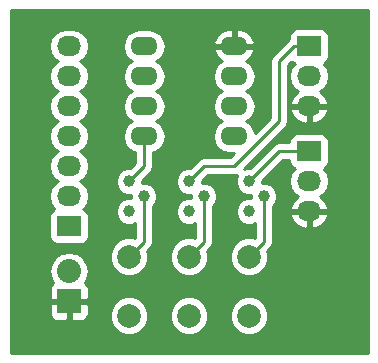
<source format=gbl>
G04 #@! TF.FileFunction,Copper,L2,Bot,Signal*
%FSLAX46Y46*%
G04 Gerber Fmt 4.6, Leading zero omitted, Abs format (unit mm)*
G04 Created by KiCad (PCBNEW 4.0.1-stable) date Tuesday, December 29, 2015 'PMt' 07:02:28 PM*
%MOMM*%
G01*
G04 APERTURE LIST*
%ADD10C,0.100000*%
%ADD11C,1.000760*%
%ADD12O,2.300000X1.600000*%
%ADD13C,1.998980*%
%ADD14R,2.032000X1.727200*%
%ADD15O,2.032000X1.727200*%
%ADD16R,2.032000X2.032000*%
%ADD17O,2.032000X2.032000*%
%ADD18C,0.250000*%
%ADD19C,0.254000*%
G04 APERTURE END LIST*
D10*
D11*
X154940000Y-119380000D03*
X153670000Y-120650000D03*
X153670000Y-118110000D03*
D12*
X162560000Y-114300000D03*
X162560000Y-111760000D03*
X162560000Y-109220000D03*
X162560000Y-106680000D03*
X154940000Y-106680000D03*
X154940000Y-109220000D03*
X154940000Y-111760000D03*
X154940000Y-114300000D03*
D13*
X153670000Y-124500640D03*
X153670000Y-129501900D03*
D14*
X168910000Y-106680000D03*
D15*
X168910000Y-109220000D03*
X168910000Y-111760000D03*
D14*
X168910000Y-115570000D03*
D15*
X168910000Y-118110000D03*
X168910000Y-120650000D03*
D11*
X160020000Y-119380000D03*
X158750000Y-120650000D03*
X158750000Y-118110000D03*
X165100000Y-119380000D03*
X163830000Y-120650000D03*
X163830000Y-118110000D03*
D13*
X158750000Y-124500640D03*
X158750000Y-129501900D03*
X163830000Y-124500640D03*
X163830000Y-129501900D03*
D16*
X148590000Y-128270000D03*
D17*
X148590000Y-125730000D03*
D14*
X148590000Y-121920000D03*
D15*
X148590000Y-119380000D03*
X148590000Y-116840000D03*
X148590000Y-114300000D03*
X148590000Y-111760000D03*
X148590000Y-109220000D03*
X148590000Y-106680000D03*
D18*
X154940000Y-119380000D02*
X154940000Y-123190000D01*
X154940000Y-123230640D02*
X153670000Y-124500640D01*
X154940000Y-123190000D02*
X154940000Y-123230640D01*
X153670000Y-118110000D02*
X154940000Y-116840000D01*
X154940000Y-116840000D02*
X154940000Y-114300000D01*
X153631900Y-129540000D02*
X153670000Y-129501900D01*
X163830000Y-129501900D02*
X163791900Y-129540000D01*
X168910000Y-106680000D02*
X167640000Y-106680000D01*
X160020000Y-116840000D02*
X158750000Y-118110000D01*
X162560000Y-116840000D02*
X160020000Y-116840000D01*
X166370000Y-113030000D02*
X162560000Y-116840000D01*
X166370000Y-107950000D02*
X166370000Y-113030000D01*
X167640000Y-106680000D02*
X166370000Y-107950000D01*
X163830000Y-118110000D02*
X166370000Y-115570000D01*
X166370000Y-115570000D02*
X168910000Y-115570000D01*
X160020000Y-119380000D02*
X160020000Y-123190000D01*
X160020000Y-123230640D02*
X158750000Y-124500640D01*
X160020000Y-123190000D02*
X160020000Y-123230640D01*
X165100000Y-119380000D02*
X165100000Y-123190000D01*
X165100000Y-123230640D02*
X163830000Y-124500640D01*
X165100000Y-123190000D02*
X165100000Y-123230640D01*
D19*
G36*
X173863000Y-132640000D02*
X143637000Y-132640000D01*
X143637000Y-128555750D01*
X146939000Y-128555750D01*
X146939000Y-129412310D01*
X147035673Y-129645699D01*
X147214302Y-129824327D01*
X147447691Y-129921000D01*
X148304250Y-129921000D01*
X148463000Y-129762250D01*
X148463000Y-128397000D01*
X148717000Y-128397000D01*
X148717000Y-129762250D01*
X148875750Y-129921000D01*
X149732309Y-129921000D01*
X149962639Y-129825594D01*
X152035226Y-129825594D01*
X152283538Y-130426555D01*
X152742927Y-130886746D01*
X153343453Y-131136106D01*
X153993694Y-131136674D01*
X154594655Y-130888362D01*
X155054846Y-130428973D01*
X155304206Y-129828447D01*
X155304208Y-129825594D01*
X157115226Y-129825594D01*
X157363538Y-130426555D01*
X157822927Y-130886746D01*
X158423453Y-131136106D01*
X159073694Y-131136674D01*
X159674655Y-130888362D01*
X160134846Y-130428973D01*
X160384206Y-129828447D01*
X160384208Y-129825594D01*
X162195226Y-129825594D01*
X162443538Y-130426555D01*
X162902927Y-130886746D01*
X163503453Y-131136106D01*
X164153694Y-131136674D01*
X164754655Y-130888362D01*
X165214846Y-130428973D01*
X165464206Y-129828447D01*
X165464774Y-129178206D01*
X165216462Y-128577245D01*
X164757073Y-128117054D01*
X164156547Y-127867694D01*
X163506306Y-127867126D01*
X162905345Y-128115438D01*
X162445154Y-128574827D01*
X162195794Y-129175353D01*
X162195226Y-129825594D01*
X160384208Y-129825594D01*
X160384774Y-129178206D01*
X160136462Y-128577245D01*
X159677073Y-128117054D01*
X159076547Y-127867694D01*
X158426306Y-127867126D01*
X157825345Y-128115438D01*
X157365154Y-128574827D01*
X157115794Y-129175353D01*
X157115226Y-129825594D01*
X155304208Y-129825594D01*
X155304774Y-129178206D01*
X155056462Y-128577245D01*
X154597073Y-128117054D01*
X153996547Y-127867694D01*
X153346306Y-127867126D01*
X152745345Y-128115438D01*
X152285154Y-128574827D01*
X152035794Y-129175353D01*
X152035226Y-129825594D01*
X149962639Y-129825594D01*
X149965698Y-129824327D01*
X150144327Y-129645699D01*
X150241000Y-129412310D01*
X150241000Y-128555750D01*
X150082250Y-128397000D01*
X148717000Y-128397000D01*
X148463000Y-128397000D01*
X147097750Y-128397000D01*
X146939000Y-128555750D01*
X143637000Y-128555750D01*
X143637000Y-125730000D01*
X146906655Y-125730000D01*
X147032330Y-126361810D01*
X147256966Y-126698001D01*
X147214302Y-126715673D01*
X147035673Y-126894301D01*
X146939000Y-127127690D01*
X146939000Y-127984250D01*
X147097750Y-128143000D01*
X148463000Y-128143000D01*
X148463000Y-128123000D01*
X148717000Y-128123000D01*
X148717000Y-128143000D01*
X150082250Y-128143000D01*
X150241000Y-127984250D01*
X150241000Y-127127690D01*
X150144327Y-126894301D01*
X149965698Y-126715673D01*
X149923034Y-126698001D01*
X150147670Y-126361810D01*
X150273345Y-125730000D01*
X150147670Y-125098190D01*
X149964686Y-124824334D01*
X152035226Y-124824334D01*
X152283538Y-125425295D01*
X152742927Y-125885486D01*
X153343453Y-126134846D01*
X153993694Y-126135414D01*
X154594655Y-125887102D01*
X155054846Y-125427713D01*
X155304206Y-124827187D01*
X155304208Y-124824334D01*
X157115226Y-124824334D01*
X157363538Y-125425295D01*
X157822927Y-125885486D01*
X158423453Y-126134846D01*
X159073694Y-126135414D01*
X159674655Y-125887102D01*
X160134846Y-125427713D01*
X160384206Y-124827187D01*
X160384774Y-124176946D01*
X160315691Y-124009751D01*
X160557401Y-123768041D01*
X160722148Y-123521480D01*
X160780000Y-123230640D01*
X160780000Y-120225595D01*
X160981967Y-120023981D01*
X161155182Y-119606832D01*
X161155576Y-119155150D01*
X160983089Y-118737699D01*
X160663981Y-118418033D01*
X160246832Y-118244818D01*
X159885263Y-118244503D01*
X159885433Y-118049369D01*
X160334802Y-117600000D01*
X162560000Y-117600000D01*
X162835124Y-117545274D01*
X162694818Y-117883168D01*
X162694424Y-118334850D01*
X162866911Y-118752301D01*
X163186019Y-119071967D01*
X163603168Y-119245182D01*
X163964737Y-119245497D01*
X163964503Y-119514737D01*
X163605150Y-119514424D01*
X163187699Y-119686911D01*
X162868033Y-120006019D01*
X162694818Y-120423168D01*
X162694424Y-120874850D01*
X162866911Y-121292301D01*
X163186019Y-121611967D01*
X163603168Y-121785182D01*
X164054850Y-121785576D01*
X164340000Y-121667755D01*
X164340000Y-122915838D01*
X164321083Y-122934755D01*
X164156547Y-122866434D01*
X163506306Y-122865866D01*
X162905345Y-123114178D01*
X162445154Y-123573567D01*
X162195794Y-124174093D01*
X162195226Y-124824334D01*
X162443538Y-125425295D01*
X162902927Y-125885486D01*
X163503453Y-126134846D01*
X164153694Y-126135414D01*
X164754655Y-125887102D01*
X165214846Y-125427713D01*
X165464206Y-124827187D01*
X165464774Y-124176946D01*
X165395691Y-124009751D01*
X165637401Y-123768041D01*
X165802148Y-123521480D01*
X165860000Y-123230640D01*
X165860000Y-121009026D01*
X167302642Y-121009026D01*
X167305291Y-121024791D01*
X167559268Y-121552036D01*
X167995680Y-121941954D01*
X168548087Y-122135184D01*
X168783000Y-121990924D01*
X168783000Y-120777000D01*
X169037000Y-120777000D01*
X169037000Y-121990924D01*
X169271913Y-122135184D01*
X169824320Y-121941954D01*
X170260732Y-121552036D01*
X170514709Y-121024791D01*
X170517358Y-121009026D01*
X170396217Y-120777000D01*
X169037000Y-120777000D01*
X168783000Y-120777000D01*
X167423783Y-120777000D01*
X167302642Y-121009026D01*
X165860000Y-121009026D01*
X165860000Y-120225595D01*
X166061967Y-120023981D01*
X166235182Y-119606832D01*
X166235576Y-119155150D01*
X166063089Y-118737699D01*
X165743981Y-118418033D01*
X165326832Y-118244818D01*
X164965263Y-118244503D01*
X164965433Y-118049369D01*
X166684802Y-116330000D01*
X167246560Y-116330000D01*
X167246560Y-116433600D01*
X167290838Y-116668917D01*
X167429910Y-116885041D01*
X167642110Y-117030031D01*
X167683439Y-117038400D01*
X167665585Y-117050330D01*
X167340729Y-117536511D01*
X167226655Y-118110000D01*
X167340729Y-118683489D01*
X167665585Y-119169670D01*
X167975069Y-119376461D01*
X167559268Y-119747964D01*
X167305291Y-120275209D01*
X167302642Y-120290974D01*
X167423783Y-120523000D01*
X168783000Y-120523000D01*
X168783000Y-120503000D01*
X169037000Y-120503000D01*
X169037000Y-120523000D01*
X170396217Y-120523000D01*
X170517358Y-120290974D01*
X170514709Y-120275209D01*
X170260732Y-119747964D01*
X169844931Y-119376461D01*
X170154415Y-119169670D01*
X170479271Y-118683489D01*
X170593345Y-118110000D01*
X170479271Y-117536511D01*
X170154415Y-117050330D01*
X170140087Y-117040757D01*
X170161317Y-117036762D01*
X170377441Y-116897690D01*
X170522431Y-116685490D01*
X170573440Y-116433600D01*
X170573440Y-114706400D01*
X170529162Y-114471083D01*
X170390090Y-114254959D01*
X170177890Y-114109969D01*
X169926000Y-114058960D01*
X167894000Y-114058960D01*
X167658683Y-114103238D01*
X167442559Y-114242310D01*
X167297569Y-114454510D01*
X167246560Y-114706400D01*
X167246560Y-114810000D01*
X166370000Y-114810000D01*
X166127414Y-114858254D01*
X166079160Y-114867852D01*
X165832599Y-115032599D01*
X163890525Y-116974673D01*
X163605150Y-116974424D01*
X163426605Y-117048197D01*
X166907401Y-113567401D01*
X167072148Y-113320839D01*
X167130000Y-113030000D01*
X167130000Y-112119026D01*
X167302642Y-112119026D01*
X167305291Y-112134791D01*
X167559268Y-112662036D01*
X167995680Y-113051954D01*
X168548087Y-113245184D01*
X168783000Y-113100924D01*
X168783000Y-111887000D01*
X169037000Y-111887000D01*
X169037000Y-113100924D01*
X169271913Y-113245184D01*
X169824320Y-113051954D01*
X170260732Y-112662036D01*
X170514709Y-112134791D01*
X170517358Y-112119026D01*
X170396217Y-111887000D01*
X169037000Y-111887000D01*
X168783000Y-111887000D01*
X167423783Y-111887000D01*
X167302642Y-112119026D01*
X167130000Y-112119026D01*
X167130000Y-108264802D01*
X167418106Y-107976696D01*
X167429910Y-107995041D01*
X167642110Y-108140031D01*
X167683439Y-108148400D01*
X167665585Y-108160330D01*
X167340729Y-108646511D01*
X167226655Y-109220000D01*
X167340729Y-109793489D01*
X167665585Y-110279670D01*
X167975069Y-110486461D01*
X167559268Y-110857964D01*
X167305291Y-111385209D01*
X167302642Y-111400974D01*
X167423783Y-111633000D01*
X168783000Y-111633000D01*
X168783000Y-111613000D01*
X169037000Y-111613000D01*
X169037000Y-111633000D01*
X170396217Y-111633000D01*
X170517358Y-111400974D01*
X170514709Y-111385209D01*
X170260732Y-110857964D01*
X169844931Y-110486461D01*
X170154415Y-110279670D01*
X170479271Y-109793489D01*
X170593345Y-109220000D01*
X170479271Y-108646511D01*
X170154415Y-108160330D01*
X170140087Y-108150757D01*
X170161317Y-108146762D01*
X170377441Y-108007690D01*
X170522431Y-107795490D01*
X170573440Y-107543600D01*
X170573440Y-105816400D01*
X170529162Y-105581083D01*
X170390090Y-105364959D01*
X170177890Y-105219969D01*
X169926000Y-105168960D01*
X167894000Y-105168960D01*
X167658683Y-105213238D01*
X167442559Y-105352310D01*
X167297569Y-105564510D01*
X167246560Y-105816400D01*
X167246560Y-106046407D01*
X167102599Y-106142599D01*
X165832599Y-107412599D01*
X165667852Y-107659161D01*
X165610000Y-107950000D01*
X165610000Y-112715198D01*
X164321110Y-114004088D01*
X164270737Y-113750849D01*
X163959668Y-113285302D01*
X163577582Y-113030000D01*
X163959668Y-112774698D01*
X164270737Y-112309151D01*
X164379970Y-111760000D01*
X164270737Y-111210849D01*
X163959668Y-110745302D01*
X163577582Y-110490000D01*
X163959668Y-110234698D01*
X164270737Y-109769151D01*
X164379970Y-109220000D01*
X164270737Y-108670849D01*
X163959668Y-108205302D01*
X163581849Y-107952851D01*
X164014500Y-107604896D01*
X164284367Y-107111819D01*
X164301904Y-107029039D01*
X164179915Y-106807000D01*
X162687000Y-106807000D01*
X162687000Y-106827000D01*
X162433000Y-106827000D01*
X162433000Y-106807000D01*
X160940085Y-106807000D01*
X160818096Y-107029039D01*
X160835633Y-107111819D01*
X161105500Y-107604896D01*
X161538151Y-107952851D01*
X161160332Y-108205302D01*
X160849263Y-108670849D01*
X160740030Y-109220000D01*
X160849263Y-109769151D01*
X161160332Y-110234698D01*
X161542418Y-110490000D01*
X161160332Y-110745302D01*
X160849263Y-111210849D01*
X160740030Y-111760000D01*
X160849263Y-112309151D01*
X161160332Y-112774698D01*
X161542418Y-113030000D01*
X161160332Y-113285302D01*
X160849263Y-113750849D01*
X160740030Y-114300000D01*
X160849263Y-114849151D01*
X161160332Y-115314698D01*
X161625879Y-115625767D01*
X162175030Y-115735000D01*
X162590198Y-115735000D01*
X162245198Y-116080000D01*
X160020000Y-116080000D01*
X159729160Y-116137852D01*
X159482599Y-116302599D01*
X158810525Y-116974673D01*
X158525150Y-116974424D01*
X158107699Y-117146911D01*
X157788033Y-117466019D01*
X157614818Y-117883168D01*
X157614424Y-118334850D01*
X157786911Y-118752301D01*
X158106019Y-119071967D01*
X158523168Y-119245182D01*
X158884737Y-119245497D01*
X158884503Y-119514737D01*
X158525150Y-119514424D01*
X158107699Y-119686911D01*
X157788033Y-120006019D01*
X157614818Y-120423168D01*
X157614424Y-120874850D01*
X157786911Y-121292301D01*
X158106019Y-121611967D01*
X158523168Y-121785182D01*
X158974850Y-121785576D01*
X159260000Y-121667755D01*
X159260000Y-122915838D01*
X159241083Y-122934755D01*
X159076547Y-122866434D01*
X158426306Y-122865866D01*
X157825345Y-123114178D01*
X157365154Y-123573567D01*
X157115794Y-124174093D01*
X157115226Y-124824334D01*
X155304208Y-124824334D01*
X155304774Y-124176946D01*
X155235691Y-124009751D01*
X155477401Y-123768041D01*
X155642148Y-123521480D01*
X155700000Y-123230640D01*
X155700000Y-120225595D01*
X155901967Y-120023981D01*
X156075182Y-119606832D01*
X156075576Y-119155150D01*
X155903089Y-118737699D01*
X155583981Y-118418033D01*
X155166832Y-118244818D01*
X154805263Y-118244503D01*
X154805433Y-118049369D01*
X155477401Y-117377401D01*
X155642148Y-117130840D01*
X155700000Y-116840000D01*
X155700000Y-115660402D01*
X155874121Y-115625767D01*
X156339668Y-115314698D01*
X156650737Y-114849151D01*
X156759970Y-114300000D01*
X156650737Y-113750849D01*
X156339668Y-113285302D01*
X155957582Y-113030000D01*
X156339668Y-112774698D01*
X156650737Y-112309151D01*
X156759970Y-111760000D01*
X156650737Y-111210849D01*
X156339668Y-110745302D01*
X155957582Y-110490000D01*
X156339668Y-110234698D01*
X156650737Y-109769151D01*
X156759970Y-109220000D01*
X156650737Y-108670849D01*
X156339668Y-108205302D01*
X155957582Y-107950000D01*
X156339668Y-107694698D01*
X156650737Y-107229151D01*
X156759970Y-106680000D01*
X156690542Y-106330961D01*
X160818096Y-106330961D01*
X160940085Y-106553000D01*
X162433000Y-106553000D01*
X162433000Y-105245000D01*
X162687000Y-105245000D01*
X162687000Y-106553000D01*
X164179915Y-106553000D01*
X164301904Y-106330961D01*
X164284367Y-106248181D01*
X164014500Y-105755104D01*
X163576483Y-105402834D01*
X163037000Y-105245000D01*
X162687000Y-105245000D01*
X162433000Y-105245000D01*
X162083000Y-105245000D01*
X161543517Y-105402834D01*
X161105500Y-105755104D01*
X160835633Y-106248181D01*
X160818096Y-106330961D01*
X156690542Y-106330961D01*
X156650737Y-106130849D01*
X156339668Y-105665302D01*
X155874121Y-105354233D01*
X155324970Y-105245000D01*
X154555030Y-105245000D01*
X154005879Y-105354233D01*
X153540332Y-105665302D01*
X153229263Y-106130849D01*
X153120030Y-106680000D01*
X153229263Y-107229151D01*
X153540332Y-107694698D01*
X153922418Y-107950000D01*
X153540332Y-108205302D01*
X153229263Y-108670849D01*
X153120030Y-109220000D01*
X153229263Y-109769151D01*
X153540332Y-110234698D01*
X153922418Y-110490000D01*
X153540332Y-110745302D01*
X153229263Y-111210849D01*
X153120030Y-111760000D01*
X153229263Y-112309151D01*
X153540332Y-112774698D01*
X153922418Y-113030000D01*
X153540332Y-113285302D01*
X153229263Y-113750849D01*
X153120030Y-114300000D01*
X153229263Y-114849151D01*
X153540332Y-115314698D01*
X154005879Y-115625767D01*
X154180000Y-115660402D01*
X154180000Y-116525198D01*
X153730525Y-116974673D01*
X153445150Y-116974424D01*
X153027699Y-117146911D01*
X152708033Y-117466019D01*
X152534818Y-117883168D01*
X152534424Y-118334850D01*
X152706911Y-118752301D01*
X153026019Y-119071967D01*
X153443168Y-119245182D01*
X153804737Y-119245497D01*
X153804503Y-119514737D01*
X153445150Y-119514424D01*
X153027699Y-119686911D01*
X152708033Y-120006019D01*
X152534818Y-120423168D01*
X152534424Y-120874850D01*
X152706911Y-121292301D01*
X153026019Y-121611967D01*
X153443168Y-121785182D01*
X153894850Y-121785576D01*
X154180000Y-121667755D01*
X154180000Y-122915838D01*
X154161083Y-122934755D01*
X153996547Y-122866434D01*
X153346306Y-122865866D01*
X152745345Y-123114178D01*
X152285154Y-123573567D01*
X152035794Y-124174093D01*
X152035226Y-124824334D01*
X149964686Y-124824334D01*
X149789778Y-124562567D01*
X149254155Y-124204675D01*
X148622345Y-124079000D01*
X148557655Y-124079000D01*
X147925845Y-124204675D01*
X147390222Y-124562567D01*
X147032330Y-125098190D01*
X146906655Y-125730000D01*
X143637000Y-125730000D01*
X143637000Y-106680000D01*
X146906655Y-106680000D01*
X147020729Y-107253489D01*
X147345585Y-107739670D01*
X147660366Y-107950000D01*
X147345585Y-108160330D01*
X147020729Y-108646511D01*
X146906655Y-109220000D01*
X147020729Y-109793489D01*
X147345585Y-110279670D01*
X147660366Y-110490000D01*
X147345585Y-110700330D01*
X147020729Y-111186511D01*
X146906655Y-111760000D01*
X147020729Y-112333489D01*
X147345585Y-112819670D01*
X147660366Y-113030000D01*
X147345585Y-113240330D01*
X147020729Y-113726511D01*
X146906655Y-114300000D01*
X147020729Y-114873489D01*
X147345585Y-115359670D01*
X147660366Y-115570000D01*
X147345585Y-115780330D01*
X147020729Y-116266511D01*
X146906655Y-116840000D01*
X147020729Y-117413489D01*
X147345585Y-117899670D01*
X147660366Y-118110000D01*
X147345585Y-118320330D01*
X147020729Y-118806511D01*
X146906655Y-119380000D01*
X147020729Y-119953489D01*
X147345585Y-120439670D01*
X147359913Y-120449243D01*
X147338683Y-120453238D01*
X147122559Y-120592310D01*
X146977569Y-120804510D01*
X146926560Y-121056400D01*
X146926560Y-122783600D01*
X146970838Y-123018917D01*
X147109910Y-123235041D01*
X147322110Y-123380031D01*
X147574000Y-123431040D01*
X149606000Y-123431040D01*
X149841317Y-123386762D01*
X150057441Y-123247690D01*
X150202431Y-123035490D01*
X150253440Y-122783600D01*
X150253440Y-121056400D01*
X150209162Y-120821083D01*
X150070090Y-120604959D01*
X149857890Y-120459969D01*
X149816561Y-120451600D01*
X149834415Y-120439670D01*
X150159271Y-119953489D01*
X150273345Y-119380000D01*
X150159271Y-118806511D01*
X149834415Y-118320330D01*
X149519634Y-118110000D01*
X149834415Y-117899670D01*
X150159271Y-117413489D01*
X150273345Y-116840000D01*
X150159271Y-116266511D01*
X149834415Y-115780330D01*
X149519634Y-115570000D01*
X149834415Y-115359670D01*
X150159271Y-114873489D01*
X150273345Y-114300000D01*
X150159271Y-113726511D01*
X149834415Y-113240330D01*
X149519634Y-113030000D01*
X149834415Y-112819670D01*
X150159271Y-112333489D01*
X150273345Y-111760000D01*
X150159271Y-111186511D01*
X149834415Y-110700330D01*
X149519634Y-110490000D01*
X149834415Y-110279670D01*
X150159271Y-109793489D01*
X150273345Y-109220000D01*
X150159271Y-108646511D01*
X149834415Y-108160330D01*
X149519634Y-107950000D01*
X149834415Y-107739670D01*
X150159271Y-107253489D01*
X150273345Y-106680000D01*
X150159271Y-106106511D01*
X149834415Y-105620330D01*
X149348234Y-105295474D01*
X148774745Y-105181400D01*
X148405255Y-105181400D01*
X147831766Y-105295474D01*
X147345585Y-105620330D01*
X147020729Y-106106511D01*
X146906655Y-106680000D01*
X143637000Y-106680000D01*
X143637000Y-103580000D01*
X173863000Y-103580000D01*
X173863000Y-132640000D01*
X173863000Y-132640000D01*
G37*
X173863000Y-132640000D02*
X143637000Y-132640000D01*
X143637000Y-128555750D01*
X146939000Y-128555750D01*
X146939000Y-129412310D01*
X147035673Y-129645699D01*
X147214302Y-129824327D01*
X147447691Y-129921000D01*
X148304250Y-129921000D01*
X148463000Y-129762250D01*
X148463000Y-128397000D01*
X148717000Y-128397000D01*
X148717000Y-129762250D01*
X148875750Y-129921000D01*
X149732309Y-129921000D01*
X149962639Y-129825594D01*
X152035226Y-129825594D01*
X152283538Y-130426555D01*
X152742927Y-130886746D01*
X153343453Y-131136106D01*
X153993694Y-131136674D01*
X154594655Y-130888362D01*
X155054846Y-130428973D01*
X155304206Y-129828447D01*
X155304208Y-129825594D01*
X157115226Y-129825594D01*
X157363538Y-130426555D01*
X157822927Y-130886746D01*
X158423453Y-131136106D01*
X159073694Y-131136674D01*
X159674655Y-130888362D01*
X160134846Y-130428973D01*
X160384206Y-129828447D01*
X160384208Y-129825594D01*
X162195226Y-129825594D01*
X162443538Y-130426555D01*
X162902927Y-130886746D01*
X163503453Y-131136106D01*
X164153694Y-131136674D01*
X164754655Y-130888362D01*
X165214846Y-130428973D01*
X165464206Y-129828447D01*
X165464774Y-129178206D01*
X165216462Y-128577245D01*
X164757073Y-128117054D01*
X164156547Y-127867694D01*
X163506306Y-127867126D01*
X162905345Y-128115438D01*
X162445154Y-128574827D01*
X162195794Y-129175353D01*
X162195226Y-129825594D01*
X160384208Y-129825594D01*
X160384774Y-129178206D01*
X160136462Y-128577245D01*
X159677073Y-128117054D01*
X159076547Y-127867694D01*
X158426306Y-127867126D01*
X157825345Y-128115438D01*
X157365154Y-128574827D01*
X157115794Y-129175353D01*
X157115226Y-129825594D01*
X155304208Y-129825594D01*
X155304774Y-129178206D01*
X155056462Y-128577245D01*
X154597073Y-128117054D01*
X153996547Y-127867694D01*
X153346306Y-127867126D01*
X152745345Y-128115438D01*
X152285154Y-128574827D01*
X152035794Y-129175353D01*
X152035226Y-129825594D01*
X149962639Y-129825594D01*
X149965698Y-129824327D01*
X150144327Y-129645699D01*
X150241000Y-129412310D01*
X150241000Y-128555750D01*
X150082250Y-128397000D01*
X148717000Y-128397000D01*
X148463000Y-128397000D01*
X147097750Y-128397000D01*
X146939000Y-128555750D01*
X143637000Y-128555750D01*
X143637000Y-125730000D01*
X146906655Y-125730000D01*
X147032330Y-126361810D01*
X147256966Y-126698001D01*
X147214302Y-126715673D01*
X147035673Y-126894301D01*
X146939000Y-127127690D01*
X146939000Y-127984250D01*
X147097750Y-128143000D01*
X148463000Y-128143000D01*
X148463000Y-128123000D01*
X148717000Y-128123000D01*
X148717000Y-128143000D01*
X150082250Y-128143000D01*
X150241000Y-127984250D01*
X150241000Y-127127690D01*
X150144327Y-126894301D01*
X149965698Y-126715673D01*
X149923034Y-126698001D01*
X150147670Y-126361810D01*
X150273345Y-125730000D01*
X150147670Y-125098190D01*
X149964686Y-124824334D01*
X152035226Y-124824334D01*
X152283538Y-125425295D01*
X152742927Y-125885486D01*
X153343453Y-126134846D01*
X153993694Y-126135414D01*
X154594655Y-125887102D01*
X155054846Y-125427713D01*
X155304206Y-124827187D01*
X155304208Y-124824334D01*
X157115226Y-124824334D01*
X157363538Y-125425295D01*
X157822927Y-125885486D01*
X158423453Y-126134846D01*
X159073694Y-126135414D01*
X159674655Y-125887102D01*
X160134846Y-125427713D01*
X160384206Y-124827187D01*
X160384774Y-124176946D01*
X160315691Y-124009751D01*
X160557401Y-123768041D01*
X160722148Y-123521480D01*
X160780000Y-123230640D01*
X160780000Y-120225595D01*
X160981967Y-120023981D01*
X161155182Y-119606832D01*
X161155576Y-119155150D01*
X160983089Y-118737699D01*
X160663981Y-118418033D01*
X160246832Y-118244818D01*
X159885263Y-118244503D01*
X159885433Y-118049369D01*
X160334802Y-117600000D01*
X162560000Y-117600000D01*
X162835124Y-117545274D01*
X162694818Y-117883168D01*
X162694424Y-118334850D01*
X162866911Y-118752301D01*
X163186019Y-119071967D01*
X163603168Y-119245182D01*
X163964737Y-119245497D01*
X163964503Y-119514737D01*
X163605150Y-119514424D01*
X163187699Y-119686911D01*
X162868033Y-120006019D01*
X162694818Y-120423168D01*
X162694424Y-120874850D01*
X162866911Y-121292301D01*
X163186019Y-121611967D01*
X163603168Y-121785182D01*
X164054850Y-121785576D01*
X164340000Y-121667755D01*
X164340000Y-122915838D01*
X164321083Y-122934755D01*
X164156547Y-122866434D01*
X163506306Y-122865866D01*
X162905345Y-123114178D01*
X162445154Y-123573567D01*
X162195794Y-124174093D01*
X162195226Y-124824334D01*
X162443538Y-125425295D01*
X162902927Y-125885486D01*
X163503453Y-126134846D01*
X164153694Y-126135414D01*
X164754655Y-125887102D01*
X165214846Y-125427713D01*
X165464206Y-124827187D01*
X165464774Y-124176946D01*
X165395691Y-124009751D01*
X165637401Y-123768041D01*
X165802148Y-123521480D01*
X165860000Y-123230640D01*
X165860000Y-121009026D01*
X167302642Y-121009026D01*
X167305291Y-121024791D01*
X167559268Y-121552036D01*
X167995680Y-121941954D01*
X168548087Y-122135184D01*
X168783000Y-121990924D01*
X168783000Y-120777000D01*
X169037000Y-120777000D01*
X169037000Y-121990924D01*
X169271913Y-122135184D01*
X169824320Y-121941954D01*
X170260732Y-121552036D01*
X170514709Y-121024791D01*
X170517358Y-121009026D01*
X170396217Y-120777000D01*
X169037000Y-120777000D01*
X168783000Y-120777000D01*
X167423783Y-120777000D01*
X167302642Y-121009026D01*
X165860000Y-121009026D01*
X165860000Y-120225595D01*
X166061967Y-120023981D01*
X166235182Y-119606832D01*
X166235576Y-119155150D01*
X166063089Y-118737699D01*
X165743981Y-118418033D01*
X165326832Y-118244818D01*
X164965263Y-118244503D01*
X164965433Y-118049369D01*
X166684802Y-116330000D01*
X167246560Y-116330000D01*
X167246560Y-116433600D01*
X167290838Y-116668917D01*
X167429910Y-116885041D01*
X167642110Y-117030031D01*
X167683439Y-117038400D01*
X167665585Y-117050330D01*
X167340729Y-117536511D01*
X167226655Y-118110000D01*
X167340729Y-118683489D01*
X167665585Y-119169670D01*
X167975069Y-119376461D01*
X167559268Y-119747964D01*
X167305291Y-120275209D01*
X167302642Y-120290974D01*
X167423783Y-120523000D01*
X168783000Y-120523000D01*
X168783000Y-120503000D01*
X169037000Y-120503000D01*
X169037000Y-120523000D01*
X170396217Y-120523000D01*
X170517358Y-120290974D01*
X170514709Y-120275209D01*
X170260732Y-119747964D01*
X169844931Y-119376461D01*
X170154415Y-119169670D01*
X170479271Y-118683489D01*
X170593345Y-118110000D01*
X170479271Y-117536511D01*
X170154415Y-117050330D01*
X170140087Y-117040757D01*
X170161317Y-117036762D01*
X170377441Y-116897690D01*
X170522431Y-116685490D01*
X170573440Y-116433600D01*
X170573440Y-114706400D01*
X170529162Y-114471083D01*
X170390090Y-114254959D01*
X170177890Y-114109969D01*
X169926000Y-114058960D01*
X167894000Y-114058960D01*
X167658683Y-114103238D01*
X167442559Y-114242310D01*
X167297569Y-114454510D01*
X167246560Y-114706400D01*
X167246560Y-114810000D01*
X166370000Y-114810000D01*
X166127414Y-114858254D01*
X166079160Y-114867852D01*
X165832599Y-115032599D01*
X163890525Y-116974673D01*
X163605150Y-116974424D01*
X163426605Y-117048197D01*
X166907401Y-113567401D01*
X167072148Y-113320839D01*
X167130000Y-113030000D01*
X167130000Y-112119026D01*
X167302642Y-112119026D01*
X167305291Y-112134791D01*
X167559268Y-112662036D01*
X167995680Y-113051954D01*
X168548087Y-113245184D01*
X168783000Y-113100924D01*
X168783000Y-111887000D01*
X169037000Y-111887000D01*
X169037000Y-113100924D01*
X169271913Y-113245184D01*
X169824320Y-113051954D01*
X170260732Y-112662036D01*
X170514709Y-112134791D01*
X170517358Y-112119026D01*
X170396217Y-111887000D01*
X169037000Y-111887000D01*
X168783000Y-111887000D01*
X167423783Y-111887000D01*
X167302642Y-112119026D01*
X167130000Y-112119026D01*
X167130000Y-108264802D01*
X167418106Y-107976696D01*
X167429910Y-107995041D01*
X167642110Y-108140031D01*
X167683439Y-108148400D01*
X167665585Y-108160330D01*
X167340729Y-108646511D01*
X167226655Y-109220000D01*
X167340729Y-109793489D01*
X167665585Y-110279670D01*
X167975069Y-110486461D01*
X167559268Y-110857964D01*
X167305291Y-111385209D01*
X167302642Y-111400974D01*
X167423783Y-111633000D01*
X168783000Y-111633000D01*
X168783000Y-111613000D01*
X169037000Y-111613000D01*
X169037000Y-111633000D01*
X170396217Y-111633000D01*
X170517358Y-111400974D01*
X170514709Y-111385209D01*
X170260732Y-110857964D01*
X169844931Y-110486461D01*
X170154415Y-110279670D01*
X170479271Y-109793489D01*
X170593345Y-109220000D01*
X170479271Y-108646511D01*
X170154415Y-108160330D01*
X170140087Y-108150757D01*
X170161317Y-108146762D01*
X170377441Y-108007690D01*
X170522431Y-107795490D01*
X170573440Y-107543600D01*
X170573440Y-105816400D01*
X170529162Y-105581083D01*
X170390090Y-105364959D01*
X170177890Y-105219969D01*
X169926000Y-105168960D01*
X167894000Y-105168960D01*
X167658683Y-105213238D01*
X167442559Y-105352310D01*
X167297569Y-105564510D01*
X167246560Y-105816400D01*
X167246560Y-106046407D01*
X167102599Y-106142599D01*
X165832599Y-107412599D01*
X165667852Y-107659161D01*
X165610000Y-107950000D01*
X165610000Y-112715198D01*
X164321110Y-114004088D01*
X164270737Y-113750849D01*
X163959668Y-113285302D01*
X163577582Y-113030000D01*
X163959668Y-112774698D01*
X164270737Y-112309151D01*
X164379970Y-111760000D01*
X164270737Y-111210849D01*
X163959668Y-110745302D01*
X163577582Y-110490000D01*
X163959668Y-110234698D01*
X164270737Y-109769151D01*
X164379970Y-109220000D01*
X164270737Y-108670849D01*
X163959668Y-108205302D01*
X163581849Y-107952851D01*
X164014500Y-107604896D01*
X164284367Y-107111819D01*
X164301904Y-107029039D01*
X164179915Y-106807000D01*
X162687000Y-106807000D01*
X162687000Y-106827000D01*
X162433000Y-106827000D01*
X162433000Y-106807000D01*
X160940085Y-106807000D01*
X160818096Y-107029039D01*
X160835633Y-107111819D01*
X161105500Y-107604896D01*
X161538151Y-107952851D01*
X161160332Y-108205302D01*
X160849263Y-108670849D01*
X160740030Y-109220000D01*
X160849263Y-109769151D01*
X161160332Y-110234698D01*
X161542418Y-110490000D01*
X161160332Y-110745302D01*
X160849263Y-111210849D01*
X160740030Y-111760000D01*
X160849263Y-112309151D01*
X161160332Y-112774698D01*
X161542418Y-113030000D01*
X161160332Y-113285302D01*
X160849263Y-113750849D01*
X160740030Y-114300000D01*
X160849263Y-114849151D01*
X161160332Y-115314698D01*
X161625879Y-115625767D01*
X162175030Y-115735000D01*
X162590198Y-115735000D01*
X162245198Y-116080000D01*
X160020000Y-116080000D01*
X159729160Y-116137852D01*
X159482599Y-116302599D01*
X158810525Y-116974673D01*
X158525150Y-116974424D01*
X158107699Y-117146911D01*
X157788033Y-117466019D01*
X157614818Y-117883168D01*
X157614424Y-118334850D01*
X157786911Y-118752301D01*
X158106019Y-119071967D01*
X158523168Y-119245182D01*
X158884737Y-119245497D01*
X158884503Y-119514737D01*
X158525150Y-119514424D01*
X158107699Y-119686911D01*
X157788033Y-120006019D01*
X157614818Y-120423168D01*
X157614424Y-120874850D01*
X157786911Y-121292301D01*
X158106019Y-121611967D01*
X158523168Y-121785182D01*
X158974850Y-121785576D01*
X159260000Y-121667755D01*
X159260000Y-122915838D01*
X159241083Y-122934755D01*
X159076547Y-122866434D01*
X158426306Y-122865866D01*
X157825345Y-123114178D01*
X157365154Y-123573567D01*
X157115794Y-124174093D01*
X157115226Y-124824334D01*
X155304208Y-124824334D01*
X155304774Y-124176946D01*
X155235691Y-124009751D01*
X155477401Y-123768041D01*
X155642148Y-123521480D01*
X155700000Y-123230640D01*
X155700000Y-120225595D01*
X155901967Y-120023981D01*
X156075182Y-119606832D01*
X156075576Y-119155150D01*
X155903089Y-118737699D01*
X155583981Y-118418033D01*
X155166832Y-118244818D01*
X154805263Y-118244503D01*
X154805433Y-118049369D01*
X155477401Y-117377401D01*
X155642148Y-117130840D01*
X155700000Y-116840000D01*
X155700000Y-115660402D01*
X155874121Y-115625767D01*
X156339668Y-115314698D01*
X156650737Y-114849151D01*
X156759970Y-114300000D01*
X156650737Y-113750849D01*
X156339668Y-113285302D01*
X155957582Y-113030000D01*
X156339668Y-112774698D01*
X156650737Y-112309151D01*
X156759970Y-111760000D01*
X156650737Y-111210849D01*
X156339668Y-110745302D01*
X155957582Y-110490000D01*
X156339668Y-110234698D01*
X156650737Y-109769151D01*
X156759970Y-109220000D01*
X156650737Y-108670849D01*
X156339668Y-108205302D01*
X155957582Y-107950000D01*
X156339668Y-107694698D01*
X156650737Y-107229151D01*
X156759970Y-106680000D01*
X156690542Y-106330961D01*
X160818096Y-106330961D01*
X160940085Y-106553000D01*
X162433000Y-106553000D01*
X162433000Y-105245000D01*
X162687000Y-105245000D01*
X162687000Y-106553000D01*
X164179915Y-106553000D01*
X164301904Y-106330961D01*
X164284367Y-106248181D01*
X164014500Y-105755104D01*
X163576483Y-105402834D01*
X163037000Y-105245000D01*
X162687000Y-105245000D01*
X162433000Y-105245000D01*
X162083000Y-105245000D01*
X161543517Y-105402834D01*
X161105500Y-105755104D01*
X160835633Y-106248181D01*
X160818096Y-106330961D01*
X156690542Y-106330961D01*
X156650737Y-106130849D01*
X156339668Y-105665302D01*
X155874121Y-105354233D01*
X155324970Y-105245000D01*
X154555030Y-105245000D01*
X154005879Y-105354233D01*
X153540332Y-105665302D01*
X153229263Y-106130849D01*
X153120030Y-106680000D01*
X153229263Y-107229151D01*
X153540332Y-107694698D01*
X153922418Y-107950000D01*
X153540332Y-108205302D01*
X153229263Y-108670849D01*
X153120030Y-109220000D01*
X153229263Y-109769151D01*
X153540332Y-110234698D01*
X153922418Y-110490000D01*
X153540332Y-110745302D01*
X153229263Y-111210849D01*
X153120030Y-111760000D01*
X153229263Y-112309151D01*
X153540332Y-112774698D01*
X153922418Y-113030000D01*
X153540332Y-113285302D01*
X153229263Y-113750849D01*
X153120030Y-114300000D01*
X153229263Y-114849151D01*
X153540332Y-115314698D01*
X154005879Y-115625767D01*
X154180000Y-115660402D01*
X154180000Y-116525198D01*
X153730525Y-116974673D01*
X153445150Y-116974424D01*
X153027699Y-117146911D01*
X152708033Y-117466019D01*
X152534818Y-117883168D01*
X152534424Y-118334850D01*
X152706911Y-118752301D01*
X153026019Y-119071967D01*
X153443168Y-119245182D01*
X153804737Y-119245497D01*
X153804503Y-119514737D01*
X153445150Y-119514424D01*
X153027699Y-119686911D01*
X152708033Y-120006019D01*
X152534818Y-120423168D01*
X152534424Y-120874850D01*
X152706911Y-121292301D01*
X153026019Y-121611967D01*
X153443168Y-121785182D01*
X153894850Y-121785576D01*
X154180000Y-121667755D01*
X154180000Y-122915838D01*
X154161083Y-122934755D01*
X153996547Y-122866434D01*
X153346306Y-122865866D01*
X152745345Y-123114178D01*
X152285154Y-123573567D01*
X152035794Y-124174093D01*
X152035226Y-124824334D01*
X149964686Y-124824334D01*
X149789778Y-124562567D01*
X149254155Y-124204675D01*
X148622345Y-124079000D01*
X148557655Y-124079000D01*
X147925845Y-124204675D01*
X147390222Y-124562567D01*
X147032330Y-125098190D01*
X146906655Y-125730000D01*
X143637000Y-125730000D01*
X143637000Y-106680000D01*
X146906655Y-106680000D01*
X147020729Y-107253489D01*
X147345585Y-107739670D01*
X147660366Y-107950000D01*
X147345585Y-108160330D01*
X147020729Y-108646511D01*
X146906655Y-109220000D01*
X147020729Y-109793489D01*
X147345585Y-110279670D01*
X147660366Y-110490000D01*
X147345585Y-110700330D01*
X147020729Y-111186511D01*
X146906655Y-111760000D01*
X147020729Y-112333489D01*
X147345585Y-112819670D01*
X147660366Y-113030000D01*
X147345585Y-113240330D01*
X147020729Y-113726511D01*
X146906655Y-114300000D01*
X147020729Y-114873489D01*
X147345585Y-115359670D01*
X147660366Y-115570000D01*
X147345585Y-115780330D01*
X147020729Y-116266511D01*
X146906655Y-116840000D01*
X147020729Y-117413489D01*
X147345585Y-117899670D01*
X147660366Y-118110000D01*
X147345585Y-118320330D01*
X147020729Y-118806511D01*
X146906655Y-119380000D01*
X147020729Y-119953489D01*
X147345585Y-120439670D01*
X147359913Y-120449243D01*
X147338683Y-120453238D01*
X147122559Y-120592310D01*
X146977569Y-120804510D01*
X146926560Y-121056400D01*
X146926560Y-122783600D01*
X146970838Y-123018917D01*
X147109910Y-123235041D01*
X147322110Y-123380031D01*
X147574000Y-123431040D01*
X149606000Y-123431040D01*
X149841317Y-123386762D01*
X150057441Y-123247690D01*
X150202431Y-123035490D01*
X150253440Y-122783600D01*
X150253440Y-121056400D01*
X150209162Y-120821083D01*
X150070090Y-120604959D01*
X149857890Y-120459969D01*
X149816561Y-120451600D01*
X149834415Y-120439670D01*
X150159271Y-119953489D01*
X150273345Y-119380000D01*
X150159271Y-118806511D01*
X149834415Y-118320330D01*
X149519634Y-118110000D01*
X149834415Y-117899670D01*
X150159271Y-117413489D01*
X150273345Y-116840000D01*
X150159271Y-116266511D01*
X149834415Y-115780330D01*
X149519634Y-115570000D01*
X149834415Y-115359670D01*
X150159271Y-114873489D01*
X150273345Y-114300000D01*
X150159271Y-113726511D01*
X149834415Y-113240330D01*
X149519634Y-113030000D01*
X149834415Y-112819670D01*
X150159271Y-112333489D01*
X150273345Y-111760000D01*
X150159271Y-111186511D01*
X149834415Y-110700330D01*
X149519634Y-110490000D01*
X149834415Y-110279670D01*
X150159271Y-109793489D01*
X150273345Y-109220000D01*
X150159271Y-108646511D01*
X149834415Y-108160330D01*
X149519634Y-107950000D01*
X149834415Y-107739670D01*
X150159271Y-107253489D01*
X150273345Y-106680000D01*
X150159271Y-106106511D01*
X149834415Y-105620330D01*
X149348234Y-105295474D01*
X148774745Y-105181400D01*
X148405255Y-105181400D01*
X147831766Y-105295474D01*
X147345585Y-105620330D01*
X147020729Y-106106511D01*
X146906655Y-106680000D01*
X143637000Y-106680000D01*
X143637000Y-103580000D01*
X173863000Y-103580000D01*
X173863000Y-132640000D01*
M02*

</source>
